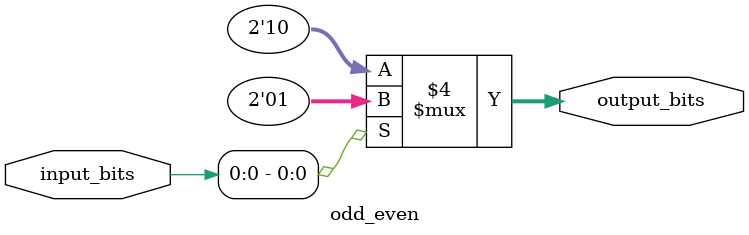
<source format=v>
module odd_even (
  input [2:0] input_bits,
  output reg [1:0] output_bits
);

  always @(*) begin
    if (input_bits[0] == 1) // check if LSB is 1
      output_bits = 2'b01;
    else
      output_bits = 2'b10;
  end

endmodule

</source>
